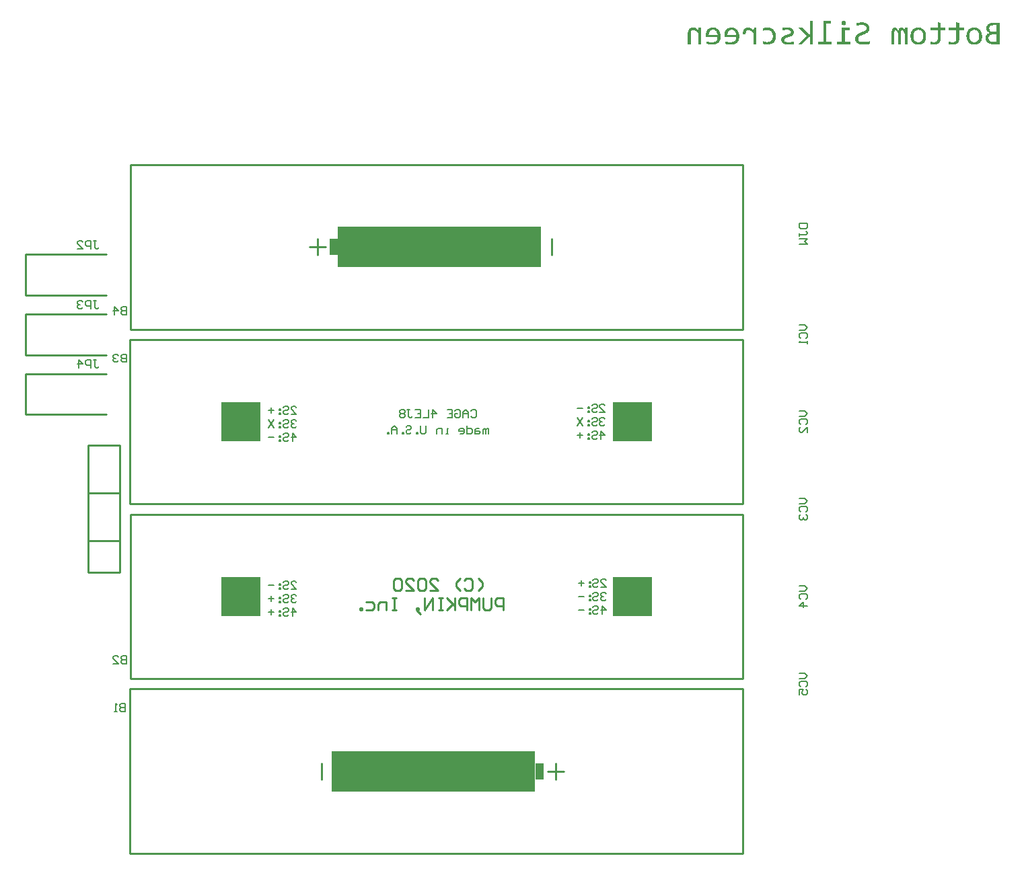
<source format=gbo>
G04*
G04 #@! TF.GenerationSoftware,Altium Limited,Altium Designer,20.0.10 (225)*
G04*
G04 Layer_Color=32896*
%FSLAX25Y25*%
%MOIN*%
G70*
G01*
G75*
%ADD10C,0.01000*%
%ADD11C,0.00787*%
%ADD41R,1.01100X0.20000*%
%ADD42R,0.04000X0.08000*%
%ADD43R,0.19685X0.19685*%
G36*
X343016Y242029D02*
X343162Y242011D01*
X343253Y241975D01*
X343271Y241956D01*
X343289D01*
X343435Y241884D01*
X343545Y241792D01*
X343618Y241738D01*
X343654Y241701D01*
X343745Y241592D01*
X343818Y241483D01*
X343873Y241392D01*
X343891Y241373D01*
Y241355D01*
X343927Y241210D01*
X343946Y241064D01*
X343964Y240954D01*
Y240936D01*
Y240918D01*
X343946Y240754D01*
X343927Y240608D01*
X343909Y240517D01*
X343891Y240499D01*
Y240481D01*
X343818Y240335D01*
X343745Y240226D01*
X343672Y240153D01*
X343654Y240116D01*
X343526Y240025D01*
X343417Y239952D01*
X343326Y239898D01*
X343289Y239879D01*
X343144Y239843D01*
X342998Y239825D01*
X342889Y239807D01*
X342852D01*
X342688Y239825D01*
X342543Y239843D01*
X342451Y239861D01*
X342415Y239879D01*
X342269Y239952D01*
X342160Y240025D01*
X342087Y240098D01*
X342069Y240116D01*
X341960Y240244D01*
X341887Y240353D01*
X341832Y240444D01*
X341814Y240481D01*
X341759Y240626D01*
X341741Y240772D01*
X341723Y240881D01*
Y240900D01*
Y240918D01*
X341741Y241082D01*
X341759Y241228D01*
X341795Y241319D01*
X341814Y241355D01*
X341887Y241501D01*
X341978Y241610D01*
X342032Y241683D01*
X342069Y241701D01*
X342178Y241811D01*
X342287Y241884D01*
X342378Y241938D01*
X342397Y241956D01*
X342415D01*
X342561Y242011D01*
X342706Y242029D01*
X342816Y242048D01*
X342852D01*
X343016Y242029D01*
D02*
G37*
G36*
X371567Y238732D02*
X371731Y238695D01*
X371859Y238659D01*
X371877Y238640D01*
X371895D01*
X372059Y238549D01*
X372205Y238458D01*
X372314Y238385D01*
X372332Y238367D01*
X372350Y238349D01*
X372514Y238185D01*
X372642Y238003D01*
X372697Y237930D01*
X372733Y237875D01*
X372751Y237839D01*
X372769Y237821D01*
X372915Y237565D01*
X373061Y237310D01*
X373116Y237201D01*
X373152Y237110D01*
X373170Y237055D01*
X373189Y237037D01*
X373261Y238604D01*
X374428D01*
Y230369D01*
X373006D01*
Y235652D01*
X372915Y235853D01*
X372824Y236053D01*
X372751Y236217D01*
X372697Y236345D01*
X372642Y236454D01*
X372605Y236527D01*
X372569Y236582D01*
Y236600D01*
X372442Y236837D01*
X372332Y237019D01*
X372259Y237128D01*
X372241Y237165D01*
X372132Y237310D01*
X372041Y237402D01*
X371986Y237456D01*
X371968Y237474D01*
X371877Y237529D01*
X371786Y237547D01*
X371713Y237565D01*
X371694D01*
X371603Y237547D01*
X371531Y237529D01*
X371494Y237511D01*
X371476Y237493D01*
X371421Y237438D01*
X371367Y237365D01*
X371348Y237292D01*
X371330Y237274D01*
X371275Y237146D01*
X371257Y237001D01*
X371239Y236891D01*
Y236855D01*
Y236837D01*
X371221Y236618D01*
X371203Y236381D01*
Y236272D01*
Y236199D01*
Y236144D01*
Y236126D01*
Y230369D01*
X369781D01*
Y235652D01*
X369690Y235835D01*
X369617Y236017D01*
X369545Y236162D01*
X369490Y236290D01*
X369435Y236399D01*
X369399Y236472D01*
X369362Y236527D01*
Y236545D01*
X369235Y236782D01*
X369126Y236982D01*
X369089Y237037D01*
X369053Y237092D01*
X369034Y237110D01*
Y237128D01*
X368925Y237274D01*
X368834Y237383D01*
X368779Y237438D01*
X368761Y237456D01*
X368652Y237529D01*
X368561Y237547D01*
X368488Y237565D01*
X368470D01*
X368378Y237547D01*
X368306Y237529D01*
X368269Y237511D01*
X368251Y237493D01*
X368196Y237438D01*
X368142Y237365D01*
X368123Y237310D01*
X368105Y237292D01*
X368051Y237165D01*
X368032Y237037D01*
X368014Y236928D01*
Y236910D01*
Y236891D01*
X367996Y236691D01*
X367978Y236491D01*
Y236399D01*
Y236345D01*
Y236290D01*
Y236272D01*
Y230369D01*
X366557D01*
Y236363D01*
X366575Y236782D01*
X366629Y237146D01*
X366702Y237474D01*
X366793Y237748D01*
X366921Y237966D01*
X367048Y238167D01*
X367194Y238331D01*
X367340Y238458D01*
X367486Y238549D01*
X367632Y238622D01*
X367759Y238677D01*
X367886Y238713D01*
X367978Y238732D01*
X368051Y238750D01*
X368123D01*
X368360Y238732D01*
X368561Y238695D01*
X368634Y238659D01*
X368688Y238640D01*
X368725Y238622D01*
X368743D01*
X368925Y238513D01*
X369071Y238404D01*
X369180Y238313D01*
X369198Y238294D01*
X369217Y238276D01*
X369362Y238094D01*
X369490Y237912D01*
X369545Y237839D01*
X369581Y237766D01*
X369617Y237730D01*
Y237711D01*
X369745Y237456D01*
X369872Y237219D01*
X369927Y237110D01*
X369964Y237037D01*
X369982Y236982D01*
X370000Y236964D01*
X370018Y237292D01*
X370055Y237565D01*
X370109Y237784D01*
X370164Y237984D01*
X370237Y238130D01*
X370292Y238240D01*
X370328Y238294D01*
X370346Y238313D01*
X370492Y238458D01*
X370656Y238568D01*
X370820Y238640D01*
X370984Y238695D01*
X371130Y238732D01*
X371257Y238750D01*
X371367D01*
X371567Y238732D01*
D02*
G37*
G36*
X327475Y230369D02*
X326053D01*
Y234778D01*
X322209Y230369D01*
X320241D01*
X324323Y234796D01*
X320460Y238604D01*
X322355D01*
X326053Y234833D01*
Y241956D01*
X327475D01*
Y230369D01*
D02*
G37*
G36*
X305392Y238695D02*
X305702Y238659D01*
X305993Y238622D01*
X306248Y238568D01*
X306449Y238495D01*
X306613Y238458D01*
X306704Y238422D01*
X306740Y238404D01*
X307014Y238276D01*
X307269Y238130D01*
X307487Y237984D01*
X307688Y237857D01*
X307833Y237729D01*
X307961Y237620D01*
X308034Y237547D01*
X308052Y237529D01*
X308253Y237310D01*
X308417Y237073D01*
X308562Y236855D01*
X308690Y236636D01*
X308781Y236454D01*
X308854Y236290D01*
X308890Y236199D01*
X308908Y236181D01*
Y236162D01*
X308999Y235871D01*
X309072Y235561D01*
X309127Y235251D01*
X309163Y234978D01*
X309182Y234741D01*
X309200Y234559D01*
Y234486D01*
Y234432D01*
Y234413D01*
Y234395D01*
X309182Y234031D01*
X309163Y233685D01*
X309109Y233357D01*
X309036Y233065D01*
X308963Y232792D01*
X308872Y232537D01*
X308781Y232300D01*
X308671Y232100D01*
X308580Y231917D01*
X308489Y231753D01*
X308398Y231626D01*
X308325Y231516D01*
X308253Y231425D01*
X308198Y231371D01*
X308180Y231334D01*
X308161Y231316D01*
X307961Y231134D01*
X307724Y230970D01*
X307487Y230824D01*
X307250Y230715D01*
X306995Y230605D01*
X306740Y230514D01*
X306266Y230387D01*
X306030Y230350D01*
X305829Y230314D01*
X305647Y230296D01*
X305483Y230277D01*
X305337Y230259D01*
X305155D01*
X304700Y230277D01*
X304481Y230296D01*
X304299Y230314D01*
X304153Y230332D01*
X304044Y230350D01*
X303953Y230369D01*
X303934D01*
X303515Y230460D01*
X303315Y230514D01*
X303133Y230551D01*
X302987Y230605D01*
X302878Y230642D01*
X302805Y230678D01*
X302786D01*
Y232008D01*
X303169Y231826D01*
X303351Y231753D01*
X303497Y231699D01*
X303643Y231662D01*
X303752Y231626D01*
X303825Y231608D01*
X303843D01*
X304244Y231535D01*
X304445Y231516D01*
X304608Y231498D01*
X304754Y231480D01*
X304973D01*
X305428Y231516D01*
X305829Y231589D01*
X306175Y231717D01*
X306467Y231844D01*
X306704Y231972D01*
X306868Y232100D01*
X306959Y232172D01*
X306995Y232209D01*
X307232Y232519D01*
X307414Y232865D01*
X307524Y233247D01*
X307615Y233594D01*
X307669Y233922D01*
X307688Y234067D01*
Y234195D01*
X307706Y234286D01*
Y234359D01*
Y234413D01*
Y234432D01*
X307688Y234705D01*
X307669Y234942D01*
X307633Y235160D01*
X307597Y235361D01*
X307560Y235507D01*
X307542Y235634D01*
X307505Y235707D01*
Y235725D01*
X307414Y235926D01*
X307323Y236108D01*
X307232Y236272D01*
X307123Y236418D01*
X307050Y236527D01*
X306977Y236600D01*
X306941Y236654D01*
X306922Y236673D01*
X306777Y236818D01*
X306631Y236928D01*
X306485Y237037D01*
X306358Y237128D01*
X306248Y237183D01*
X306139Y237238D01*
X306084Y237274D01*
X306066D01*
X305884Y237347D01*
X305702Y237402D01*
X305520Y237438D01*
X305356Y237474D01*
X305228D01*
X305119Y237493D01*
X305028D01*
X304590Y237474D01*
X304408Y237456D01*
X304226Y237438D01*
X304080Y237402D01*
X303971Y237383D01*
X303898Y237365D01*
X303880D01*
X303479Y237256D01*
X303297Y237183D01*
X303133Y237110D01*
X302987Y237055D01*
X302878Y237001D01*
X302805Y236982D01*
X302786Y236964D01*
Y238331D01*
X303169Y238458D01*
X303351Y238513D01*
X303515Y238549D01*
X303661Y238586D01*
X303770Y238604D01*
X303843Y238622D01*
X303861D01*
X304280Y238677D01*
X304481Y238695D01*
X304681D01*
X304827Y238713D01*
X305064D01*
X305392Y238695D01*
D02*
G37*
G36*
X400063Y240863D02*
Y238604D01*
X402359D01*
Y237402D01*
X400063D01*
Y233102D01*
X400027Y232591D01*
X399936Y232154D01*
X399826Y231790D01*
X399680Y231480D01*
X399535Y231243D01*
X399425Y231079D01*
X399334Y230988D01*
X399298Y230952D01*
X399152Y230824D01*
X398970Y230715D01*
X398605Y230551D01*
X398223Y230423D01*
X397858Y230350D01*
X397512Y230296D01*
X397366Y230277D01*
X397239D01*
X397130Y230259D01*
X396984D01*
X396601Y230277D01*
X396419D01*
X396273Y230296D01*
X396128D01*
X396036Y230314D01*
X395945D01*
X395563Y230369D01*
X395399Y230387D01*
X395235Y230423D01*
X395107Y230441D01*
X395016Y230460D01*
X394943Y230478D01*
X394925D01*
Y231717D01*
X395289Y231626D01*
X395453Y231589D01*
X395599Y231571D01*
X395727Y231535D01*
X395818D01*
X395891Y231516D01*
X395909D01*
X396237Y231480D01*
X396401D01*
X396528Y231462D01*
X396783D01*
X397111Y231480D01*
X397385Y231535D01*
X397622Y231608D01*
X397822Y231680D01*
X397968Y231753D01*
X398077Y231826D01*
X398150Y231881D01*
X398168Y231899D01*
X398332Y232081D01*
X398442Y232282D01*
X398533Y232500D01*
X398587Y232719D01*
X398624Y232919D01*
X398642Y233065D01*
Y233174D01*
Y233193D01*
Y233211D01*
Y237402D01*
X394925D01*
Y238604D01*
X398642D01*
Y241246D01*
X400063Y240863D01*
D02*
G37*
G36*
X390826Y240863D02*
Y238604D01*
X393121Y238604D01*
Y237402D01*
X390826Y237402D01*
Y233102D01*
X390789Y232591D01*
X390698Y232154D01*
X390589Y231790D01*
X390443Y231480D01*
X390297Y231243D01*
X390188Y231079D01*
X390097Y230988D01*
X390060Y230952D01*
X389914Y230824D01*
X389732Y230715D01*
X389368Y230551D01*
X388985Y230423D01*
X388621Y230350D01*
X388275Y230296D01*
X388129Y230277D01*
X388001D01*
X387892Y230259D01*
X387746D01*
X387364Y230277D01*
X387181D01*
X387036Y230296D01*
X386890D01*
X386799Y230314D01*
X386708D01*
X386325Y230369D01*
X386161Y230387D01*
X385997Y230423D01*
X385870Y230441D01*
X385779Y230460D01*
X385706Y230478D01*
X385687D01*
Y231717D01*
X386052Y231626D01*
X386216Y231589D01*
X386362Y231571D01*
X386489Y231535D01*
X386580D01*
X386653Y231516D01*
X386671D01*
X386999Y231480D01*
X387163D01*
X387291Y231462D01*
X387546D01*
X387874Y231480D01*
X388147Y231535D01*
X388384Y231608D01*
X388584Y231680D01*
X388730Y231753D01*
X388840Y231826D01*
X388912Y231881D01*
X388931Y231899D01*
X389095Y232081D01*
X389204Y232282D01*
X389295Y232500D01*
X389350Y232719D01*
X389386Y232919D01*
X389404Y233065D01*
Y233174D01*
Y233193D01*
Y233211D01*
Y237402D01*
X385687D01*
Y238604D01*
X389404D01*
Y241246D01*
X390826Y240863D01*
D02*
G37*
G36*
X287646Y238732D02*
X287937Y238695D01*
X288211Y238640D01*
X288447Y238586D01*
X288630Y238513D01*
X288775Y238458D01*
X288866Y238422D01*
X288903Y238404D01*
X289158Y238258D01*
X289377Y238112D01*
X289577Y237948D01*
X289759Y237802D01*
X289887Y237657D01*
X289996Y237547D01*
X290069Y237474D01*
X290087Y237456D01*
X290251Y237238D01*
X290397Y237001D01*
X290524Y236764D01*
X290634Y236563D01*
X290707Y236363D01*
X290761Y236217D01*
X290798Y236126D01*
X290816Y236108D01*
Y236090D01*
X290889Y235798D01*
X290944Y235507D01*
X290998Y235233D01*
X291016Y234997D01*
X291035Y234778D01*
X291053Y234614D01*
Y234505D01*
Y234486D01*
Y234468D01*
X291035Y234104D01*
X291016Y233757D01*
X290980Y233466D01*
X290944Y233193D01*
X290907Y232974D01*
X290871Y232810D01*
X290834Y232701D01*
Y232682D01*
Y232664D01*
X290743Y232391D01*
X290616Y232118D01*
X290506Y231899D01*
X290379Y231699D01*
X290269Y231553D01*
X290178Y231425D01*
X290124Y231352D01*
X290105Y231334D01*
X289905Y231134D01*
X289704Y230970D01*
X289486Y230824D01*
X289285Y230715D01*
X289122Y230624D01*
X288976Y230551D01*
X288885Y230514D01*
X288848Y230496D01*
X288557Y230405D01*
X288247Y230332D01*
X287937Y230296D01*
X287646Y230259D01*
X287409Y230241D01*
X287208Y230223D01*
X286735D01*
X286461Y230241D01*
X286206Y230259D01*
X285969Y230277D01*
X285787Y230296D01*
X285642Y230314D01*
X285550Y230332D01*
X285514D01*
X285241Y230369D01*
X284985Y230405D01*
X284767Y230460D01*
X284566Y230496D01*
X284402Y230533D01*
X284293Y230569D01*
X284202Y230587D01*
X284184D01*
Y231753D01*
X284384Y231699D01*
X284585Y231662D01*
X284658Y231644D01*
X284712Y231626D01*
X284749Y231608D01*
X284767D01*
X285004Y231571D01*
X285204Y231535D01*
X285295Y231516D01*
X285368D01*
X285405Y231498D01*
X285423D01*
X285660Y231480D01*
X285896Y231444D01*
X285988D01*
X286061Y231425D01*
X286115D01*
X286370Y231407D01*
X286826D01*
X287299Y231444D01*
X287700Y231516D01*
X288047Y231626D01*
X288338Y231753D01*
X288575Y231863D01*
X288739Y231972D01*
X288830Y232045D01*
X288866Y232081D01*
X289103Y232355D01*
X289267Y232664D01*
X289395Y232992D01*
X289468Y233302D01*
X289522Y233594D01*
X289541Y233721D01*
Y233830D01*
X289559Y233903D01*
Y233976D01*
Y234013D01*
Y234031D01*
X283783D01*
X283765Y234158D01*
Y234268D01*
Y234359D01*
Y234395D01*
X283747Y234577D01*
Y234741D01*
Y234814D01*
Y234869D01*
Y234905D01*
Y234924D01*
X283765Y235251D01*
X283783Y235543D01*
X283820Y235798D01*
X283856Y236035D01*
X283911Y236217D01*
X283947Y236363D01*
X283965Y236454D01*
X283983Y236491D01*
X284074Y236746D01*
X284184Y236982D01*
X284311Y237183D01*
X284421Y237365D01*
X284512Y237493D01*
X284603Y237602D01*
X284658Y237675D01*
X284676Y237693D01*
X284858Y237875D01*
X285040Y238039D01*
X285241Y238167D01*
X285405Y238276D01*
X285569Y238367D01*
X285696Y238422D01*
X285769Y238458D01*
X285805Y238476D01*
X286061Y238568D01*
X286316Y238640D01*
X286571Y238677D01*
X286807Y238713D01*
X287008Y238732D01*
X287172Y238750D01*
X287318D01*
X287646Y238732D01*
D02*
G37*
G36*
X278408D02*
X278700Y238695D01*
X278973Y238640D01*
X279210Y238586D01*
X279392Y238513D01*
X279538Y238458D01*
X279629Y238422D01*
X279665Y238404D01*
X279920Y238258D01*
X280139Y238112D01*
X280339Y237948D01*
X280522Y237802D01*
X280649Y237657D01*
X280759Y237547D01*
X280831Y237474D01*
X280850Y237456D01*
X281014Y237238D01*
X281159Y237001D01*
X281287Y236764D01*
X281396Y236563D01*
X281469Y236363D01*
X281524Y236217D01*
X281560Y236126D01*
X281578Y236108D01*
Y236090D01*
X281651Y235798D01*
X281706Y235507D01*
X281761Y235233D01*
X281779Y234997D01*
X281797Y234778D01*
X281815Y234614D01*
Y234505D01*
Y234486D01*
Y234468D01*
X281797Y234104D01*
X281779Y233757D01*
X281742Y233466D01*
X281706Y233193D01*
X281669Y232974D01*
X281633Y232810D01*
X281597Y232701D01*
Y232682D01*
Y232664D01*
X281505Y232391D01*
X281378Y232118D01*
X281269Y231899D01*
X281141Y231699D01*
X281032Y231553D01*
X280941Y231425D01*
X280886Y231352D01*
X280868Y231334D01*
X280667Y231134D01*
X280467Y230970D01*
X280248Y230824D01*
X280048Y230715D01*
X279884Y230624D01*
X279738Y230551D01*
X279647Y230514D01*
X279611Y230496D01*
X279319Y230405D01*
X279009Y230332D01*
X278700Y230296D01*
X278408Y230259D01*
X278171Y230241D01*
X277971Y230223D01*
X277497D01*
X277224Y230241D01*
X276969Y230259D01*
X276732Y230277D01*
X276550Y230296D01*
X276404Y230314D01*
X276313Y230332D01*
X276276D01*
X276003Y230369D01*
X275748Y230405D01*
X275529Y230460D01*
X275329Y230496D01*
X275165Y230533D01*
X275056Y230569D01*
X274964Y230587D01*
X274946D01*
Y231753D01*
X275147Y231699D01*
X275347Y231662D01*
X275420Y231644D01*
X275475Y231626D01*
X275511Y231608D01*
X275529D01*
X275766Y231571D01*
X275967Y231535D01*
X276058Y231516D01*
X276131D01*
X276167Y231498D01*
X276185D01*
X276422Y231480D01*
X276659Y231444D01*
X276750D01*
X276823Y231425D01*
X276878D01*
X277133Y231407D01*
X277588D01*
X278062Y231444D01*
X278463Y231516D01*
X278809Y231626D01*
X279100Y231753D01*
X279337Y231863D01*
X279501Y231972D01*
X279592Y232045D01*
X279629Y232081D01*
X279866Y232355D01*
X280030Y232664D01*
X280157Y232992D01*
X280230Y233302D01*
X280285Y233594D01*
X280303Y233721D01*
Y233830D01*
X280321Y233903D01*
Y233976D01*
Y234013D01*
Y234031D01*
X274546Y234031D01*
X274527Y234158D01*
Y234268D01*
Y234359D01*
Y234395D01*
X274509Y234577D01*
Y234741D01*
Y234814D01*
Y234869D01*
Y234905D01*
Y234924D01*
X274527Y235251D01*
X274546Y235543D01*
X274582Y235798D01*
X274618Y236035D01*
X274673Y236217D01*
X274710Y236363D01*
X274728Y236454D01*
X274746Y236491D01*
X274837Y236746D01*
X274946Y236982D01*
X275074Y237183D01*
X275183Y237365D01*
X275274Y237493D01*
X275365Y237602D01*
X275420Y237675D01*
X275438Y237693D01*
X275621Y237875D01*
X275803Y238039D01*
X276003Y238167D01*
X276167Y238276D01*
X276331Y238367D01*
X276459Y238422D01*
X276532Y238458D01*
X276568Y238476D01*
X276823Y238568D01*
X277078Y238640D01*
X277333Y238677D01*
X277570Y238713D01*
X277770Y238732D01*
X277934Y238750D01*
X278080D01*
X278408Y238732D01*
D02*
G37*
G36*
X420050Y230369D02*
X417299D01*
X416953Y230387D01*
X416625Y230405D01*
X416333Y230441D01*
X416078Y230478D01*
X415878Y230514D01*
X415714Y230533D01*
X415623Y230569D01*
X415587D01*
X415295Y230660D01*
X415040Y230751D01*
X414821Y230860D01*
X414621Y230970D01*
X414475Y231043D01*
X414348Y231116D01*
X414275Y231170D01*
X414256Y231189D01*
X414056Y231352D01*
X413892Y231516D01*
X413746Y231699D01*
X413637Y231844D01*
X413546Y231990D01*
X413473Y232100D01*
X413437Y232172D01*
X413418Y232191D01*
X413309Y232427D01*
X413236Y232664D01*
X413181Y232901D01*
X413145Y233102D01*
X413127Y233302D01*
X413109Y233448D01*
Y233539D01*
Y233575D01*
X413145Y233940D01*
X413163Y234104D01*
X413200Y234249D01*
X413236Y234359D01*
X413254Y234450D01*
X413291Y234505D01*
Y234523D01*
X413437Y234833D01*
X413509Y234960D01*
X413582Y235069D01*
X413637Y235142D01*
X413692Y235215D01*
X413728Y235251D01*
X413746Y235270D01*
X413965Y235488D01*
X414184Y235634D01*
X414275Y235707D01*
X414348Y235743D01*
X414402Y235780D01*
X414420D01*
X414712Y235908D01*
X414967Y235999D01*
X415076Y236017D01*
X415167Y236035D01*
X415222Y236053D01*
X415240D01*
X414912Y236181D01*
X414639Y236327D01*
X414402Y236491D01*
X414220Y236636D01*
X414092Y236764D01*
X413983Y236873D01*
X413929Y236964D01*
X413910Y236982D01*
X413764Y237219D01*
X413673Y237474D01*
X413600Y237730D01*
X413546Y237966D01*
X413509Y238167D01*
X413491Y238331D01*
Y238440D01*
Y238458D01*
Y238476D01*
X413509Y238713D01*
X413528Y238932D01*
X413637Y239333D01*
X413819Y239679D01*
X414038Y239989D01*
X414311Y240244D01*
X414603Y240444D01*
X414931Y240627D01*
X415259Y240754D01*
X415587Y240863D01*
X415914Y240936D01*
X416206Y241009D01*
X416479Y241045D01*
X416698Y241064D01*
X416880Y241082D01*
X420050D01*
Y230369D01*
D02*
G37*
G36*
X345767Y237420D02*
X343344D01*
Y231553D01*
X346041D01*
Y230369D01*
X339445D01*
Y231553D01*
X341905D01*
Y238604D01*
X345767D01*
Y237420D01*
D02*
G37*
G36*
X336530Y240790D02*
X334107Y240790D01*
Y231553D01*
X336803Y231553D01*
Y230369D01*
X330208Y230369D01*
Y231553D01*
X332667D01*
Y241956D01*
X336530Y241956D01*
Y240790D01*
D02*
G37*
G36*
X295681Y238732D02*
X295936Y238695D01*
X296191Y238622D01*
X296391Y238549D01*
X296592Y238476D01*
X296719Y238404D01*
X296810Y238367D01*
X296847Y238349D01*
X297120Y238185D01*
X297375Y237984D01*
X297612Y237766D01*
X297831Y237565D01*
X298013Y237365D01*
X298159Y237219D01*
X298250Y237110D01*
X298286Y237092D01*
Y237073D01*
X298323Y238604D01*
X299616D01*
Y230369D01*
X298177D01*
Y235652D01*
X298031Y235835D01*
X297903Y235999D01*
X297776Y236126D01*
X297667Y236254D01*
X297576Y236363D01*
X297503Y236436D01*
X297466Y236472D01*
X297448Y236491D01*
X297193Y236727D01*
X296992Y236928D01*
X296901Y236982D01*
X296847Y237037D01*
X296810Y237055D01*
X296792Y237073D01*
X296573Y237219D01*
X296373Y237329D01*
X296300Y237365D01*
X296246Y237383D01*
X296209Y237402D01*
X296191D01*
X295972Y237474D01*
X295790Y237493D01*
X295735Y237511D01*
X295626D01*
X295389Y237493D01*
X295189Y237438D01*
X295025Y237347D01*
X294879Y237274D01*
X294770Y237183D01*
X294679Y237092D01*
X294642Y237037D01*
X294624Y237019D01*
X294515Y236818D01*
X294424Y236563D01*
X294369Y236308D01*
X294332Y236053D01*
X294314Y235835D01*
X294296Y235652D01*
Y235579D01*
Y235525D01*
Y235488D01*
Y235470D01*
X292857D01*
Y235762D01*
X292875Y236035D01*
X292893Y236290D01*
X292930Y236545D01*
X292984Y236764D01*
X293039Y236964D01*
X293093Y237128D01*
X293148Y237292D01*
X293203Y237438D01*
X293276Y237565D01*
X293330Y237675D01*
X293367Y237766D01*
X293421Y237821D01*
X293440Y237875D01*
X293476Y237912D01*
X293604Y238057D01*
X293749Y238185D01*
X294059Y238404D01*
X294369Y238549D01*
X294679Y238640D01*
X294970Y238713D01*
X295098Y238732D01*
X295189D01*
X295280Y238750D01*
X295407D01*
X295681Y238732D01*
D02*
G37*
G36*
X268460Y238732D02*
X268697Y238713D01*
X268788Y238695D01*
X268861D01*
X268897Y238677D01*
X268916D01*
X269152Y238604D01*
X269371Y238531D01*
X269444Y238476D01*
X269517Y238458D01*
X269553Y238422D01*
X269571D01*
X269808Y238276D01*
X270009Y238130D01*
X270100Y238076D01*
X270173Y238021D01*
X270209Y237984D01*
X270227Y237966D01*
X270464Y237748D01*
X270701Y237511D01*
X270792Y237420D01*
X270865Y237347D01*
X270901Y237292D01*
X270920Y237274D01*
X270974Y238604D01*
X272232D01*
Y230369D01*
X270810D01*
Y235816D01*
X270665Y235999D01*
X270537Y236144D01*
X270428Y236290D01*
X270318Y236418D01*
X270227Y236509D01*
X270173Y236582D01*
X270136Y236618D01*
X270118Y236636D01*
X269881Y236855D01*
X269699Y237019D01*
X269626Y237073D01*
X269571Y237110D01*
X269535Y237146D01*
X269517D01*
X269316Y237274D01*
X269152Y237365D01*
X269043Y237402D01*
X269025Y237420D01*
X269007D01*
X268824Y237474D01*
X268642Y237493D01*
X268569Y237511D01*
X268478D01*
X268223Y237493D01*
X268004Y237438D01*
X267822Y237365D01*
X267676Y237274D01*
X267549Y237183D01*
X267476Y237110D01*
X267422Y237055D01*
X267403Y237037D01*
X267276Y236855D01*
X267185Y236618D01*
X267130Y236381D01*
X267075Y236162D01*
X267057Y235944D01*
X267039Y235780D01*
Y235707D01*
Y235652D01*
Y235634D01*
Y235616D01*
Y230369D01*
X265618D01*
Y235725D01*
X265654Y236254D01*
X265727Y236709D01*
X265818Y237110D01*
X265946Y237420D01*
X266073Y237675D01*
X266164Y237839D01*
X266237Y237948D01*
X266274Y237984D01*
X266547Y238240D01*
X266857Y238422D01*
X267166Y238568D01*
X267476Y238659D01*
X267768Y238713D01*
X267895Y238732D01*
X267986D01*
X268077Y238750D01*
X268205D01*
X268460Y238732D01*
D02*
G37*
G36*
X407770Y238732D02*
X408080Y238695D01*
X408353Y238640D01*
X408608Y238586D01*
X408809Y238531D01*
X408954Y238476D01*
X409046Y238440D01*
X409082Y238422D01*
X409337Y238294D01*
X409574Y238148D01*
X409793Y238003D01*
X409975Y237857D01*
X410120Y237730D01*
X410230Y237620D01*
X410303Y237547D01*
X410321Y237529D01*
X410503Y237310D01*
X410649Y237073D01*
X410795Y236855D01*
X410904Y236636D01*
X410995Y236454D01*
X411050Y236290D01*
X411086Y236199D01*
X411104Y236181D01*
Y236163D01*
X411196Y235871D01*
X411250Y235561D01*
X411305Y235270D01*
X411323Y234997D01*
X411341Y234778D01*
X411360Y234596D01*
Y234523D01*
Y234468D01*
Y234450D01*
Y234432D01*
X411341Y234067D01*
X411323Y233721D01*
X411287Y233411D01*
X411232Y233138D01*
X411177Y232919D01*
X411141Y232755D01*
X411123Y232646D01*
X411104Y232628D01*
Y232610D01*
X410995Y232336D01*
X410886Y232081D01*
X410758Y231844D01*
X410649Y231662D01*
X410540Y231498D01*
X410449Y231389D01*
X410394Y231316D01*
X410376Y231298D01*
X410175Y231116D01*
X409975Y230952D01*
X409793Y230806D01*
X409592Y230697D01*
X409428Y230606D01*
X409301Y230551D01*
X409228Y230514D01*
X409191Y230496D01*
X408918Y230405D01*
X408645Y230332D01*
X408371Y230296D01*
X408116Y230259D01*
X407916Y230241D01*
X407734Y230223D01*
X407588D01*
X407242Y230241D01*
X406932Y230277D01*
X406659Y230314D01*
X406404Y230387D01*
X406203Y230441D01*
X406057Y230478D01*
X405966Y230514D01*
X405930Y230533D01*
X405675Y230660D01*
X405420Y230806D01*
X405219Y230952D01*
X405037Y231079D01*
X404891Y231207D01*
X404782Y231316D01*
X404709Y231389D01*
X404691Y231407D01*
X404509Y231626D01*
X404345Y231863D01*
X404217Y232100D01*
X404108Y232318D01*
X404017Y232500D01*
X403962Y232646D01*
X403926Y232737D01*
X403907Y232774D01*
X403816Y233083D01*
X403744Y233393D01*
X403707Y233685D01*
X403671Y233958D01*
X403652Y234195D01*
X403634Y234377D01*
Y234450D01*
Y234505D01*
Y234523D01*
Y234541D01*
X403652Y234905D01*
X403671Y235251D01*
X403725Y235561D01*
X403762Y235835D01*
X403816Y236035D01*
X403871Y236199D01*
X403889Y236308D01*
X403907Y236345D01*
X404017Y236618D01*
X404126Y236873D01*
X404254Y237110D01*
X404381Y237292D01*
X404491Y237456D01*
X404582Y237565D01*
X404636Y237638D01*
X404655Y237657D01*
X404837Y237839D01*
X405037Y238003D01*
X405237Y238148D01*
X405420Y238258D01*
X405584Y238349D01*
X405711Y238404D01*
X405802Y238440D01*
X405839Y238458D01*
X406112Y238549D01*
X406385Y238622D01*
X406640Y238677D01*
X406896Y238713D01*
X407096Y238732D01*
X407278Y238750D01*
X407424D01*
X407770Y238732D01*
D02*
G37*
G36*
X380058Y238732D02*
X380367Y238695D01*
X380641Y238640D01*
X380896Y238586D01*
X381096Y238531D01*
X381242Y238476D01*
X381333Y238440D01*
X381369Y238422D01*
X381624Y238294D01*
X381861Y238148D01*
X382080Y238003D01*
X382262Y237857D01*
X382408Y237730D01*
X382517Y237620D01*
X382590Y237547D01*
X382608Y237529D01*
X382790Y237310D01*
X382936Y237073D01*
X383082Y236855D01*
X383191Y236636D01*
X383282Y236454D01*
X383337Y236290D01*
X383373Y236199D01*
X383392Y236181D01*
Y236162D01*
X383483Y235871D01*
X383538Y235561D01*
X383592Y235270D01*
X383610Y234997D01*
X383629Y234778D01*
X383647Y234596D01*
Y234523D01*
Y234468D01*
Y234450D01*
Y234432D01*
X383629Y234067D01*
X383610Y233721D01*
X383574Y233411D01*
X383519Y233138D01*
X383465Y232919D01*
X383428Y232755D01*
X383410Y232646D01*
X383392Y232628D01*
Y232610D01*
X383282Y232336D01*
X383173Y232081D01*
X383046Y231844D01*
X382936Y231662D01*
X382827Y231498D01*
X382736Y231389D01*
X382681Y231316D01*
X382663Y231298D01*
X382463Y231116D01*
X382262Y230952D01*
X382080Y230806D01*
X381879Y230697D01*
X381715Y230605D01*
X381588Y230551D01*
X381515Y230514D01*
X381479Y230496D01*
X381205Y230405D01*
X380932Y230332D01*
X380659Y230296D01*
X380404Y230259D01*
X380203Y230241D01*
X380021Y230223D01*
X379875D01*
X379529Y230241D01*
X379219Y230277D01*
X378946Y230314D01*
X378691Y230387D01*
X378491Y230441D01*
X378345Y230478D01*
X378254Y230514D01*
X378217Y230533D01*
X377962Y230660D01*
X377707Y230806D01*
X377507Y230952D01*
X377325Y231079D01*
X377179Y231207D01*
X377069Y231316D01*
X376996Y231389D01*
X376978Y231407D01*
X376796Y231626D01*
X376632Y231863D01*
X376505Y232100D01*
X376395Y232318D01*
X376304Y232500D01*
X376250Y232646D01*
X376213Y232737D01*
X376195Y232774D01*
X376104Y233083D01*
X376031Y233393D01*
X375994Y233685D01*
X375958Y233958D01*
X375940Y234195D01*
X375922Y234377D01*
Y234450D01*
Y234505D01*
Y234523D01*
Y234541D01*
X375940Y234905D01*
X375958Y235251D01*
X376013Y235561D01*
X376049Y235835D01*
X376104Y236035D01*
X376158Y236199D01*
X376177Y236308D01*
X376195Y236345D01*
X376304Y236618D01*
X376413Y236873D01*
X376541Y237110D01*
X376669Y237292D01*
X376778Y237456D01*
X376869Y237565D01*
X376924Y237638D01*
X376942Y237657D01*
X377124Y237839D01*
X377325Y238003D01*
X377525Y238148D01*
X377707Y238258D01*
X377871Y238349D01*
X377999Y238404D01*
X378090Y238440D01*
X378126Y238458D01*
X378399Y238549D01*
X378673Y238622D01*
X378928Y238677D01*
X379183Y238713D01*
X379383Y238732D01*
X379566Y238750D01*
X379711D01*
X380058Y238732D01*
D02*
G37*
G36*
X352035Y241228D02*
X352381Y241210D01*
X352691Y241173D01*
X352964Y241118D01*
X353183Y241064D01*
X353329Y241027D01*
X353438Y241009D01*
X353474Y240991D01*
X353748Y240881D01*
X353985Y240772D01*
X354203Y240663D01*
X354367Y240554D01*
X354513Y240462D01*
X354622Y240390D01*
X354695Y240335D01*
X354714Y240317D01*
X354877Y240153D01*
X355023Y239989D01*
X355151Y239825D01*
X355242Y239679D01*
X355315Y239551D01*
X355388Y239460D01*
X355406Y239387D01*
X355424Y239369D01*
X355497Y239169D01*
X355552Y238968D01*
X355588Y238786D01*
X355606Y238622D01*
X355625Y238476D01*
X355643Y238367D01*
Y238294D01*
Y238276D01*
X355625Y238057D01*
X355606Y237839D01*
X355570Y237657D01*
X355515Y237493D01*
X355479Y237365D01*
X355442Y237274D01*
X355424Y237201D01*
X355406Y237183D01*
X355205Y236873D01*
X355096Y236727D01*
X355005Y236618D01*
X354914Y236509D01*
X354841Y236436D01*
X354805Y236399D01*
X354786Y236381D01*
X354477Y236144D01*
X354313Y236053D01*
X354185Y235962D01*
X354058Y235889D01*
X353966Y235853D01*
X353894Y235816D01*
X353875Y235798D01*
X353493Y235616D01*
X353329Y235543D01*
X353165Y235470D01*
X353037Y235416D01*
X352946Y235361D01*
X352873Y235343D01*
X352855Y235324D01*
X352472Y235179D01*
X352290Y235106D01*
X352145Y235051D01*
X351999Y234997D01*
X351908Y234960D01*
X351835Y234942D01*
X351817Y234924D01*
X351452Y234760D01*
X351306Y234687D01*
X351179Y234614D01*
X351069Y234559D01*
X350997Y234505D01*
X350942Y234486D01*
X350924Y234468D01*
X350650Y234286D01*
X350541Y234195D01*
X350450Y234104D01*
X350377Y234031D01*
X350323Y233976D01*
X350304Y233940D01*
X350286Y233922D01*
X350195Y233794D01*
X350140Y233685D01*
X350067Y233448D01*
X350049Y233338D01*
X350031Y233266D01*
Y233211D01*
Y233193D01*
X350049Y232919D01*
X350067Y232792D01*
X350104Y232682D01*
X350122Y232591D01*
X350159Y232519D01*
X350177Y232482D01*
Y232464D01*
X350304Y232245D01*
X350468Y232081D01*
X350541Y232027D01*
X350596Y231972D01*
X350632Y231954D01*
X350650Y231936D01*
X350905Y231808D01*
X351161Y231699D01*
X351288Y231680D01*
X351361Y231644D01*
X351434Y231626D01*
X351452D01*
X351653Y231589D01*
X351853Y231571D01*
X352053Y231535D01*
X352236D01*
X352399Y231516D01*
X353019D01*
X353347Y231535D01*
X353639Y231553D01*
X353894Y231589D01*
X354112Y231608D01*
X354276Y231626D01*
X354367Y231644D01*
X354404D01*
X354677Y231699D01*
X354932Y231753D01*
X355169Y231808D01*
X355369Y231881D01*
X355533Y231936D01*
X355661Y231972D01*
X355734Y231990D01*
X355770Y232008D01*
Y230605D01*
X355552Y230551D01*
X355351Y230496D01*
X355278Y230478D01*
X355205Y230460D01*
X355169Y230441D01*
X355151D01*
X354896Y230405D01*
X354659Y230369D01*
X354568D01*
X354495Y230350D01*
X354422D01*
X354130Y230314D01*
X353875Y230277D01*
X353766D01*
X353693Y230259D01*
X353620D01*
X353292Y230241D01*
X353165D01*
X353019Y230223D01*
X352418D01*
X352090Y230259D01*
X351798Y230277D01*
X351543Y230314D01*
X351325Y230350D01*
X351161Y230369D01*
X351069Y230405D01*
X351033D01*
X350742Y230478D01*
X350486Y230569D01*
X350268Y230660D01*
X350067Y230751D01*
X349922Y230842D01*
X349794Y230915D01*
X349721Y230952D01*
X349703Y230970D01*
X349503Y231116D01*
X349320Y231280D01*
X349175Y231444D01*
X349047Y231589D01*
X348956Y231717D01*
X348883Y231826D01*
X348847Y231899D01*
X348828Y231917D01*
X348719Y232136D01*
X348646Y232373D01*
X348573Y232610D01*
X348537Y232810D01*
X348519Y232992D01*
X348500Y233138D01*
Y233229D01*
Y233266D01*
X348519Y233502D01*
X348537Y233703D01*
X348573Y233903D01*
X348628Y234067D01*
X348683Y234195D01*
X348719Y234286D01*
X348737Y234359D01*
X348756Y234377D01*
X348956Y234705D01*
X349065Y234851D01*
X349156Y234960D01*
X349248Y235069D01*
X349320Y235142D01*
X349375Y235179D01*
X349393Y235197D01*
X349685Y235434D01*
X349976Y235634D01*
X350104Y235707D01*
X350195Y235762D01*
X350268Y235780D01*
X350286Y235798D01*
X350669Y235980D01*
X350833Y236053D01*
X350997Y236126D01*
X351124Y236181D01*
X351234Y236217D01*
X351306Y236254D01*
X351325D01*
X351707Y236418D01*
X351871Y236491D01*
X352017Y236545D01*
X352163Y236600D01*
X352254Y236636D01*
X352327Y236673D01*
X352345D01*
X352709Y236819D01*
X352855Y236891D01*
X352983Y236964D01*
X353110Y237019D01*
X353183Y237073D01*
X353238Y237092D01*
X353256Y237110D01*
X353511Y237310D01*
X353711Y237493D01*
X353784Y237565D01*
X353839Y237620D01*
X353857Y237657D01*
X353875Y237675D01*
X353948Y237802D01*
X354003Y237930D01*
X354076Y238167D01*
X354094Y238276D01*
X354112Y238349D01*
Y238404D01*
Y238422D01*
X354094Y238677D01*
X354021Y238896D01*
X353930Y239096D01*
X353821Y239260D01*
X353711Y239387D01*
X353620Y239479D01*
X353547Y239533D01*
X353529Y239551D01*
X353274Y239697D01*
X353001Y239807D01*
X352691Y239879D01*
X352381Y239934D01*
X352108Y239970D01*
X351889Y239989D01*
X351689D01*
X351252Y239970D01*
X351033Y239952D01*
X350851Y239934D01*
X350687Y239916D01*
X350577Y239898D01*
X350486Y239879D01*
X350468D01*
X349994Y239807D01*
X349776Y239752D01*
X349594Y239715D01*
X349430Y239679D01*
X349302Y239661D01*
X349229Y239624D01*
X349193D01*
Y240936D01*
X349393Y240973D01*
X349594Y241009D01*
X349667Y241027D01*
X349739Y241045D01*
X349794D01*
X350031Y241082D01*
X350231Y241118D01*
X350304D01*
X350377Y241137D01*
X350432D01*
X350669Y241173D01*
X350869Y241191D01*
X350960Y241210D01*
X351069D01*
X351288Y241228D01*
X351470Y241246D01*
X351653D01*
X352035Y241228D01*
D02*
G37*
G36*
X315103Y238732D02*
X315431Y238713D01*
X315704Y238677D01*
X315941Y238640D01*
X316142Y238586D01*
X316269Y238549D01*
X316360Y238531D01*
X316397Y238513D01*
X316634Y238422D01*
X316834Y238313D01*
X317016Y238221D01*
X317162Y238130D01*
X317271Y238039D01*
X317362Y237966D01*
X317417Y237930D01*
X317435Y237912D01*
X317563Y237784D01*
X317690Y237638D01*
X317781Y237511D01*
X317854Y237402D01*
X317909Y237292D01*
X317946Y237219D01*
X317982Y237165D01*
Y237146D01*
X318073Y236855D01*
X318091Y236727D01*
X318109Y236618D01*
X318128Y236527D01*
Y236454D01*
Y236418D01*
Y236399D01*
Y236217D01*
X318091Y236035D01*
X318073Y235871D01*
X318037Y235743D01*
X318000Y235634D01*
X317982Y235561D01*
X317946Y235507D01*
Y235488D01*
X317781Y235215D01*
X317599Y235015D01*
X317527Y234924D01*
X317454Y234869D01*
X317417Y234833D01*
X317399Y234814D01*
X317126Y234614D01*
X316852Y234468D01*
X316743Y234413D01*
X316652Y234359D01*
X316597Y234341D01*
X316579Y234322D01*
X316215Y234176D01*
X316051Y234122D01*
X315887Y234067D01*
X315759Y234013D01*
X315650Y233994D01*
X315577Y233958D01*
X315559D01*
X315285Y233885D01*
X315067Y233812D01*
X314866Y233739D01*
X314702Y233685D01*
X314557Y233630D01*
X314465Y233594D01*
X314411Y233557D01*
X314393D01*
X314247Y233502D01*
X314101Y233430D01*
X313992Y233375D01*
X313901Y233338D01*
X313846Y233284D01*
X313791Y233265D01*
X313755Y233229D01*
X313609Y233102D01*
X313518Y232992D01*
X313482Y232919D01*
X313463Y232883D01*
X313409Y232755D01*
X313390Y232628D01*
X313372Y232537D01*
Y232519D01*
Y232500D01*
X313390Y232318D01*
X313445Y232154D01*
X313536Y232008D01*
X313627Y231899D01*
X313719Y231808D01*
X313810Y231753D01*
X313864Y231717D01*
X313882Y231699D01*
X314083Y231608D01*
X314320Y231535D01*
X314575Y231498D01*
X314830Y231462D01*
X315049Y231444D01*
X315231Y231425D01*
X315395D01*
X315923Y231444D01*
X316160Y231462D01*
X316379Y231480D01*
X316561D01*
X316688Y231498D01*
X316779Y231516D01*
X316816D01*
X317344Y231608D01*
X317581Y231662D01*
X317800Y231717D01*
X317982Y231771D01*
X318109Y231808D01*
X318201Y231844D01*
X318237D01*
Y230533D01*
X317745Y230423D01*
X317527Y230387D01*
X317308Y230350D01*
X317144Y230332D01*
X316998Y230314D01*
X316925Y230296D01*
X316889D01*
X316342Y230259D01*
X316087Y230241D01*
X315850D01*
X315650Y230223D01*
X315340D01*
X315049Y230241D01*
X314812Y230259D01*
X314702Y230277D01*
X314630D01*
X314575Y230296D01*
X314557D01*
X314265Y230350D01*
X314119Y230369D01*
X314010Y230405D01*
X313919Y230423D01*
X313828Y230441D01*
X313791Y230460D01*
X313773D01*
X313500Y230551D01*
X313281Y230642D01*
X313190Y230697D01*
X313117Y230715D01*
X313081Y230751D01*
X313063D01*
X312826Y230915D01*
X312625Y231061D01*
X312552Y231116D01*
X312498Y231170D01*
X312479Y231189D01*
X312461Y231207D01*
X312297Y231425D01*
X312170Y231626D01*
X312115Y231699D01*
X312079Y231771D01*
X312060Y231808D01*
Y231826D01*
X311969Y232100D01*
X311915Y232355D01*
X311896Y232446D01*
Y232537D01*
Y232591D01*
Y232610D01*
X311915Y232938D01*
X311933Y233065D01*
X311969Y233193D01*
X311988Y233284D01*
X312024Y233375D01*
X312042Y233411D01*
Y233430D01*
X312097Y233557D01*
X312170Y233685D01*
X312316Y233885D01*
X312388Y233958D01*
X312443Y234013D01*
X312479Y234049D01*
X312498Y234067D01*
X312753Y234268D01*
X313008Y234450D01*
X313135Y234505D01*
X313208Y234559D01*
X313281Y234577D01*
X313299Y234596D01*
X313500Y234687D01*
X313700Y234760D01*
X313901Y234851D01*
X314101Y234905D01*
X314283Y234978D01*
X314411Y235015D01*
X314502Y235033D01*
X314538Y235051D01*
X314775Y235124D01*
X314976Y235179D01*
X315158Y235233D01*
X315322Y235288D01*
X315449Y235343D01*
X315541Y235361D01*
X315595Y235397D01*
X315613D01*
X315759Y235470D01*
X315887Y235525D01*
X315996Y235579D01*
X316105Y235634D01*
X316178Y235689D01*
X316233Y235707D01*
X316251Y235743D01*
X316269D01*
X316415Y235871D01*
X316524Y235980D01*
X316579Y236053D01*
X316597Y236090D01*
X316634Y236235D01*
X316652Y236363D01*
X316670Y236454D01*
Y236472D01*
Y236491D01*
X316652Y236654D01*
X316616Y236782D01*
X316597Y236873D01*
X316579Y236910D01*
X316488Y237037D01*
X316397Y237146D01*
X316306Y237219D01*
X316269Y237238D01*
X316069Y237329D01*
X315887Y237420D01*
X315796Y237438D01*
X315723Y237456D01*
X315686Y237474D01*
X315668D01*
X315376Y237529D01*
X315085Y237547D01*
X314957Y237565D01*
X314775D01*
X314411Y237547D01*
X314247Y237529D01*
X314083D01*
X313937Y237511D01*
X313828Y237493D01*
X313737Y237474D01*
X313719D01*
X313263Y237402D01*
X313044Y237365D01*
X312862Y237329D01*
X312680Y237292D01*
X312552Y237274D01*
X312479Y237238D01*
X312443D01*
Y238513D01*
X312680Y238549D01*
X312917Y238604D01*
X313117Y238622D01*
X313299Y238659D01*
X313463Y238677D01*
X313573D01*
X313664Y238695D01*
X313682D01*
X314101Y238732D01*
X314283D01*
X314429Y238750D01*
X314757D01*
X315103Y238732D01*
D02*
G37*
%LPC*%
G36*
X287555Y237602D02*
X287190D01*
X287008Y237565D01*
X286844Y237547D01*
X286716Y237511D01*
X286607Y237474D01*
X286516Y237438D01*
X286461Y237420D01*
X286443Y237402D01*
X286152Y237238D01*
X286042Y237165D01*
X285933Y237073D01*
X285860Y237001D01*
X285805Y236946D01*
X285769Y236910D01*
X285751Y236891D01*
X285569Y236636D01*
X285441Y236381D01*
X285405Y236272D01*
X285368Y236181D01*
X285350Y236126D01*
Y236108D01*
X285259Y235762D01*
X285241Y235598D01*
X285222Y235452D01*
Y235324D01*
Y235215D01*
Y235142D01*
Y235124D01*
X289559D01*
X289504Y235507D01*
X289486Y235689D01*
X289449Y235835D01*
X289413Y235962D01*
X289377Y236053D01*
X289358Y236108D01*
Y236126D01*
X289213Y236436D01*
X289140Y236582D01*
X289067Y236691D01*
X288994Y236782D01*
X288939Y236855D01*
X288921Y236891D01*
X288903Y236910D01*
X288684Y237128D01*
X288466Y237292D01*
X288374Y237347D01*
X288302Y237383D01*
X288265Y237420D01*
X288247D01*
X287937Y237529D01*
X287791Y237565D01*
X287664Y237584D01*
X287555Y237602D01*
D02*
G37*
G36*
X278317D02*
X277953D01*
X277770Y237565D01*
X277606Y237547D01*
X277479Y237511D01*
X277370Y237474D01*
X277278Y237438D01*
X277224Y237420D01*
X277206Y237402D01*
X276914Y237238D01*
X276805Y237165D01*
X276695Y237073D01*
X276623Y237001D01*
X276568Y236946D01*
X276532Y236910D01*
X276513Y236891D01*
X276331Y236636D01*
X276203Y236381D01*
X276167Y236272D01*
X276131Y236181D01*
X276112Y236126D01*
Y236108D01*
X276021Y235762D01*
X276003Y235598D01*
X275985Y235452D01*
Y235324D01*
Y235215D01*
Y235142D01*
Y235124D01*
X280321Y235124D01*
X280267Y235507D01*
X280248Y235689D01*
X280212Y235835D01*
X280175Y235962D01*
X280139Y236053D01*
X280121Y236108D01*
Y236126D01*
X279975Y236436D01*
X279902Y236582D01*
X279829Y236691D01*
X279756Y236782D01*
X279702Y236855D01*
X279683Y236891D01*
X279665Y236910D01*
X279447Y237128D01*
X279228Y237292D01*
X279137Y237347D01*
X279064Y237383D01*
X279028Y237420D01*
X279009D01*
X278700Y237529D01*
X278554Y237565D01*
X278426Y237584D01*
X278317Y237602D01*
D02*
G37*
G36*
X418593Y239843D02*
X416880D01*
X416680Y239825D01*
X416498Y239807D01*
X416352Y239788D01*
X416224Y239752D01*
X416133Y239734D01*
X416078Y239716D01*
X416060D01*
X415914Y239661D01*
X415787Y239606D01*
X415659Y239551D01*
X415568Y239497D01*
X415495Y239442D01*
X415441Y239406D01*
X415422Y239387D01*
X415404Y239369D01*
X415240Y239205D01*
X415131Y239041D01*
X415095Y238987D01*
X415076Y238932D01*
X415058Y238896D01*
Y238877D01*
X414985Y238659D01*
X414967Y238476D01*
X414949Y238385D01*
Y238331D01*
Y238294D01*
Y238276D01*
X414967Y237966D01*
X415003Y237821D01*
X415022Y237711D01*
X415058Y237602D01*
X415095Y237529D01*
X415113Y237493D01*
Y237474D01*
X415259Y237256D01*
X415404Y237073D01*
X415514Y236964D01*
X415550Y236946D01*
X415568Y236928D01*
X415805Y236782D01*
X416024Y236691D01*
X416115Y236654D01*
X416188Y236618D01*
X416242Y236600D01*
X416261D01*
X416570Y236545D01*
X416716Y236527D01*
X416862D01*
X416971Y236509D01*
X418593D01*
Y239843D01*
D02*
G37*
G36*
Y235288D02*
X416898D01*
X416698Y235270D01*
X416516Y235251D01*
X416352Y235233D01*
X416224Y235197D01*
X416133Y235179D01*
X416060Y235160D01*
X416042D01*
X415714Y235051D01*
X415587Y234997D01*
X415459Y234924D01*
X415368Y234887D01*
X415295Y234833D01*
X415259Y234814D01*
X415240Y234796D01*
X415022Y234614D01*
X414876Y234450D01*
X414821Y234359D01*
X414785Y234304D01*
X414748Y234268D01*
Y234249D01*
X414639Y233994D01*
X414584Y233757D01*
X414566Y233666D01*
Y233594D01*
Y233539D01*
Y233521D01*
X414584Y233174D01*
X414657Y232883D01*
X414767Y232628D01*
X414876Y232427D01*
X414985Y232263D01*
X415095Y232154D01*
X415167Y232081D01*
X415186Y232063D01*
X415441Y231917D01*
X415732Y231808D01*
X416042Y231717D01*
X416352Y231662D01*
X416625Y231626D01*
X416753D01*
X416862Y231608D01*
X418593D01*
Y235288D01*
D02*
G37*
G36*
X407606Y237529D02*
X407296D01*
X407114Y237493D01*
X406950Y237474D01*
X406805Y237438D01*
X406677Y237402D01*
X406586Y237365D01*
X406531Y237347D01*
X406513Y237329D01*
X406203Y237146D01*
X406076Y237055D01*
X405966Y236964D01*
X405875Y236873D01*
X405802Y236800D01*
X405766Y236764D01*
X405748Y236746D01*
X405638Y236600D01*
X405547Y236436D01*
X405402Y236144D01*
X405347Y235999D01*
X405310Y235889D01*
X405274Y235816D01*
Y235798D01*
X405219Y235579D01*
X405165Y235361D01*
X405128Y235124D01*
X405110Y234924D01*
X405092Y234741D01*
Y234596D01*
Y234505D01*
Y234468D01*
X405110Y234031D01*
X405128Y233830D01*
X405165Y233666D01*
X405183Y233521D01*
X405219Y233393D01*
X405237Y233320D01*
Y233302D01*
X405292Y233102D01*
X405365Y232919D01*
X405420Y232755D01*
X405493Y232610D01*
X405566Y232500D01*
X405602Y232409D01*
X405638Y232355D01*
X405657Y232336D01*
X405894Y232063D01*
X406021Y231936D01*
X406130Y231844D01*
X406240Y231771D01*
X406331Y231717D01*
X406385Y231680D01*
X406404Y231662D01*
X406586Y231589D01*
X406768Y231535D01*
X406950Y231480D01*
X407114Y231462D01*
X407278Y231444D01*
X407387Y231425D01*
X407697D01*
X407898Y231462D01*
X408062Y231480D01*
X408226Y231516D01*
X408335Y231553D01*
X408444Y231571D01*
X408499Y231608D01*
X408517D01*
X408809Y231790D01*
X408936Y231881D01*
X409046Y231972D01*
X409137Y232045D01*
X409209Y232118D01*
X409246Y232154D01*
X409264Y232172D01*
X409465Y232482D01*
X409610Y232792D01*
X409665Y232919D01*
X409701Y233029D01*
X409738Y233102D01*
Y233120D01*
X409829Y233575D01*
X409865Y233812D01*
X409884Y234013D01*
Y234195D01*
X409902Y234341D01*
Y234432D01*
Y234468D01*
X409884Y234905D01*
X409865Y235106D01*
X409829Y235288D01*
X409811Y235434D01*
X409793Y235543D01*
X409774Y235616D01*
Y235634D01*
X409720Y235835D01*
X409647Y236017D01*
X409592Y236181D01*
X409519Y236327D01*
X409446Y236436D01*
X409410Y236527D01*
X409374Y236582D01*
X409355Y236600D01*
X409118Y236891D01*
X408991Y237001D01*
X408863Y237092D01*
X408772Y237165D01*
X408681Y237219D01*
X408627Y237256D01*
X408608Y237274D01*
X408426Y237365D01*
X408244Y237420D01*
X408062Y237474D01*
X407879Y237493D01*
X407734Y237511D01*
X407606Y237529D01*
D02*
G37*
G36*
X379893Y237529D02*
X379584D01*
X379402Y237493D01*
X379238Y237474D01*
X379092Y237438D01*
X378964Y237402D01*
X378873Y237365D01*
X378818Y237347D01*
X378800Y237329D01*
X378491Y237146D01*
X378363Y237055D01*
X378254Y236964D01*
X378163Y236873D01*
X378090Y236800D01*
X378053Y236764D01*
X378035Y236746D01*
X377926Y236600D01*
X377835Y236436D01*
X377689Y236144D01*
X377634Y235999D01*
X377598Y235889D01*
X377561Y235816D01*
Y235798D01*
X377507Y235579D01*
X377452Y235361D01*
X377416Y235124D01*
X377397Y234924D01*
X377379Y234741D01*
Y234596D01*
Y234505D01*
Y234468D01*
X377397Y234031D01*
X377416Y233830D01*
X377452Y233666D01*
X377470Y233521D01*
X377507Y233393D01*
X377525Y233320D01*
Y233302D01*
X377580Y233102D01*
X377653Y232919D01*
X377707Y232755D01*
X377780Y232610D01*
X377853Y232500D01*
X377889Y232409D01*
X377926Y232355D01*
X377944Y232336D01*
X378181Y232063D01*
X378308Y231936D01*
X378418Y231844D01*
X378527Y231771D01*
X378618Y231717D01*
X378673Y231680D01*
X378691Y231662D01*
X378873Y231589D01*
X379055Y231535D01*
X379238Y231480D01*
X379402Y231462D01*
X379566Y231444D01*
X379675Y231425D01*
X379985D01*
X380185Y231462D01*
X380349Y231480D01*
X380513Y231516D01*
X380622Y231553D01*
X380732Y231571D01*
X380786Y231608D01*
X380804D01*
X381096Y231790D01*
X381224Y231881D01*
X381333Y231972D01*
X381424Y232045D01*
X381497Y232118D01*
X381533Y232154D01*
X381552Y232172D01*
X381752Y232482D01*
X381898Y232792D01*
X381952Y232919D01*
X381989Y233029D01*
X382025Y233102D01*
Y233120D01*
X382116Y233575D01*
X382153Y233812D01*
X382171Y234013D01*
Y234195D01*
X382189Y234341D01*
Y234432D01*
Y234468D01*
X382171Y234905D01*
X382153Y235106D01*
X382116Y235288D01*
X382098Y235434D01*
X382080Y235543D01*
X382062Y235616D01*
Y235634D01*
X382007Y235835D01*
X381934Y236017D01*
X381879Y236181D01*
X381807Y236327D01*
X381734Y236436D01*
X381697Y236527D01*
X381661Y236582D01*
X381643Y236600D01*
X381406Y236891D01*
X381278Y237001D01*
X381151Y237092D01*
X381060Y237165D01*
X380968Y237219D01*
X380914Y237256D01*
X380896Y237274D01*
X380713Y237365D01*
X380531Y237420D01*
X380349Y237474D01*
X380167Y237493D01*
X380021Y237511D01*
X379893Y237529D01*
D02*
G37*
%LPD*%
D10*
X-62598Y126181D02*
X-22441D01*
X-62598Y106102D02*
Y126181D01*
Y106102D02*
X-22441D01*
X-62598Y96496D02*
X-22441D01*
X-62598Y76417D02*
Y96496D01*
Y76417D02*
X-22441D01*
X-62598Y67126D02*
X-22441D01*
X-62598Y47047D02*
Y67126D01*
Y47047D02*
X-22441D01*
X-10700Y-170521D02*
Y-89121D01*
Y-170521D02*
X292800D01*
Y-89121D01*
X-10700D02*
X292800D01*
X84200Y-133921D02*
Y-125921D01*
X200200Y-133921D02*
Y-125921D01*
X196200Y-129921D02*
X204200D01*
X292900Y-84107D02*
Y-2707D01*
X-10600D02*
X292900D01*
X-10600Y-84107D02*
Y-2707D01*
Y-84107D02*
X292900D01*
X-10700Y2707D02*
Y84107D01*
Y2707D02*
X292800D01*
Y84107D01*
X-10700D02*
X292800D01*
X292900Y89121D02*
Y170521D01*
X-10600D02*
X292900D01*
X-10600Y89121D02*
Y170521D01*
Y89121D02*
X292900D01*
X198000Y125921D02*
Y133921D01*
X82000Y125921D02*
Y133921D01*
X78000Y129921D02*
X86000D01*
X-31496Y-31496D02*
Y-15748D01*
X-15748Y-31496D02*
Y-15748D01*
X-31496Y-31496D02*
X-15748D01*
X-31496Y-15748D02*
X-15748D01*
X-31496D02*
Y7874D01*
X-15748Y-15748D02*
Y7874D01*
X-31496Y-15748D02*
X-15748D01*
X-31496Y7874D02*
X-15748D01*
X-31496Y7874D02*
Y31496D01*
X-15748Y7874D02*
Y31496D01*
X-31496Y7874D02*
X-15748D01*
X-31496Y31496D02*
X-15748D01*
X161726Y-40508D02*
X163725Y-38508D01*
Y-36509D01*
X161726Y-34510D01*
X154728Y-35509D02*
X155728Y-34510D01*
X157727D01*
X158727Y-35509D01*
Y-39508D01*
X157727Y-40508D01*
X155728D01*
X154728Y-39508D01*
X152729Y-40508D02*
X150729Y-38508D01*
Y-36509D01*
X152729Y-34510D01*
X137734Y-40508D02*
X141732D01*
X137734Y-36509D01*
Y-35509D01*
X138733Y-34510D01*
X140733D01*
X141732Y-35509D01*
X135734D02*
X134734Y-34510D01*
X132735D01*
X131736Y-35509D01*
Y-39508D01*
X132735Y-40508D01*
X134734D01*
X135734Y-39508D01*
Y-35509D01*
X125737Y-40508D02*
X129736D01*
X125737Y-36509D01*
Y-35509D01*
X126737Y-34510D01*
X128736D01*
X129736Y-35509D01*
X123738D02*
X122738Y-34510D01*
X120739D01*
X119739Y-35509D01*
Y-39508D01*
X120739Y-40508D01*
X122738D01*
X123738Y-39508D01*
Y-35509D01*
X174222Y-50105D02*
Y-44107D01*
X171223D01*
X170223Y-45107D01*
Y-47106D01*
X171223Y-48106D01*
X174222D01*
X168224Y-44107D02*
Y-49106D01*
X167224Y-50105D01*
X165225D01*
X164225Y-49106D01*
Y-44107D01*
X162226Y-50105D02*
Y-44107D01*
X160226Y-46107D01*
X158227Y-44107D01*
Y-50105D01*
X156228D02*
Y-44107D01*
X153229D01*
X152229Y-45107D01*
Y-47106D01*
X153229Y-48106D01*
X156228D01*
X150230Y-44107D02*
Y-50105D01*
Y-48106D01*
X146231Y-44107D01*
X149230Y-47106D01*
X146231Y-50105D01*
X144231Y-44107D02*
X142232D01*
X143232D01*
Y-50105D01*
X144231D01*
X142232D01*
X139233D02*
Y-44107D01*
X135234Y-50105D01*
Y-44107D01*
X132235Y-51105D02*
X131236Y-50105D01*
Y-49106D01*
X132235D01*
Y-50105D01*
X131236D01*
X132235Y-51105D01*
X133235Y-52105D01*
X121239Y-44107D02*
X119240D01*
X120239D01*
Y-50105D01*
X121239D01*
X119240D01*
X116241D02*
Y-46107D01*
X113242D01*
X112242Y-47106D01*
Y-50105D01*
X106244Y-46107D02*
X109243D01*
X110242Y-47106D01*
Y-49106D01*
X109243Y-50105D01*
X106244D01*
X104244D02*
Y-49106D01*
X103245D01*
Y-50105D01*
X104244D01*
D11*
X69025Y46968D02*
X71649D01*
X69025Y49591D01*
Y50247D01*
X69681Y50903D01*
X70993D01*
X71649Y50247D01*
X65089D02*
X65746Y50903D01*
X67057D01*
X67713Y50247D01*
Y49591D01*
X67057Y48935D01*
X65746D01*
X65089Y48280D01*
Y47624D01*
X65746Y46968D01*
X67057D01*
X67713Y47624D01*
X63778Y49591D02*
X63122D01*
Y48935D01*
X63778D01*
Y49591D01*
Y47624D02*
X63122D01*
Y46968D01*
X63778D01*
Y47624D01*
X60498Y48935D02*
X57874D01*
X59186Y50247D02*
Y47624D01*
X71649Y43635D02*
X70993Y44291D01*
X69681D01*
X69025Y43635D01*
Y42979D01*
X69681Y42323D01*
X70337D01*
X69681D01*
X69025Y41667D01*
Y41011D01*
X69681Y40355D01*
X70993D01*
X71649Y41011D01*
X65089Y43635D02*
X65746Y44291D01*
X67057D01*
X67713Y43635D01*
Y42979D01*
X67057Y42323D01*
X65746D01*
X65089Y41667D01*
Y41011D01*
X65746Y40355D01*
X67057D01*
X67713Y41011D01*
X63778Y42979D02*
X63122D01*
Y42323D01*
X63778D01*
Y42979D01*
Y41011D02*
X63122D01*
Y40355D01*
X63778D01*
Y41011D01*
X60498Y44291D02*
X57874Y40355D01*
Y44291D02*
X60498Y40355D01*
X69681Y33742D02*
Y37678D01*
X71649Y35710D01*
X69025D01*
X65089Y37022D02*
X65746Y37678D01*
X67057D01*
X67713Y37022D01*
Y36366D01*
X67057Y35710D01*
X65746D01*
X65089Y35054D01*
Y34398D01*
X65746Y33742D01*
X67057D01*
X67713Y34398D01*
X63778Y36366D02*
X63122D01*
Y35710D01*
X63778D01*
Y36366D01*
Y34398D02*
X63122D01*
Y33742D01*
X63778D01*
Y34398D01*
X60498Y35710D02*
X57874D01*
X221983Y47952D02*
X224606D01*
X221983Y50576D01*
Y51232D01*
X222638Y51888D01*
X223950D01*
X224606Y51232D01*
X218047D02*
X218703Y51888D01*
X220015D01*
X220671Y51232D01*
Y50576D01*
X220015Y49920D01*
X218703D01*
X218047Y49264D01*
Y48608D01*
X218703Y47952D01*
X220015D01*
X220671Y48608D01*
X216735Y50576D02*
X216079D01*
Y49920D01*
X216735D01*
Y50576D01*
Y48608D02*
X216079D01*
Y47952D01*
X216735D01*
Y48608D01*
X213455Y49920D02*
X210831D01*
X224606Y44619D02*
X223950Y45275D01*
X222638D01*
X221983Y44619D01*
Y43963D01*
X222638Y43307D01*
X223294D01*
X222638D01*
X221983Y42651D01*
Y41995D01*
X222638Y41339D01*
X223950D01*
X224606Y41995D01*
X218047Y44619D02*
X218703Y45275D01*
X220015D01*
X220671Y44619D01*
Y43963D01*
X220015Y43307D01*
X218703D01*
X218047Y42651D01*
Y41995D01*
X218703Y41339D01*
X220015D01*
X220671Y41995D01*
X216735Y43963D02*
X216079D01*
Y43307D01*
X216735D01*
Y43963D01*
Y41995D02*
X216079D01*
Y41339D01*
X216735D01*
Y41995D01*
X213455Y45275D02*
X210831Y41339D01*
Y45275D02*
X213455Y41339D01*
X222638Y34727D02*
Y38662D01*
X224606Y36694D01*
X221983D01*
X218047Y38006D02*
X218703Y38662D01*
X220015D01*
X220671Y38006D01*
Y37350D01*
X220015Y36694D01*
X218703D01*
X218047Y36039D01*
Y35383D01*
X218703Y34727D01*
X220015D01*
X220671Y35383D01*
X216735Y37350D02*
X216079D01*
Y36694D01*
X216735D01*
Y37350D01*
Y35383D02*
X216079D01*
Y34727D01*
X216735D01*
Y35383D01*
X213455Y36694D02*
X210831D01*
X212143Y38006D02*
Y35383D01*
X222569Y-38662D02*
X225192D01*
X222569Y-36039D01*
Y-35383D01*
X223224Y-34727D01*
X224536D01*
X225192Y-35383D01*
X218633D02*
X219289Y-34727D01*
X220601D01*
X221257Y-35383D01*
Y-36039D01*
X220601Y-36694D01*
X219289D01*
X218633Y-37350D01*
Y-38006D01*
X219289Y-38662D01*
X220601D01*
X221257Y-38006D01*
X217321Y-36039D02*
X216665D01*
Y-36694D01*
X217321D01*
Y-36039D01*
Y-38006D02*
X216665D01*
Y-38662D01*
X217321D01*
Y-38006D01*
X214041Y-36694D02*
X211417D01*
X212729Y-35383D02*
Y-38006D01*
X225192Y-41995D02*
X224536Y-41339D01*
X223224D01*
X222569Y-41995D01*
Y-42651D01*
X223224Y-43307D01*
X223881D01*
X223224D01*
X222569Y-43963D01*
Y-44619D01*
X223224Y-45275D01*
X224536D01*
X225192Y-44619D01*
X218633Y-41995D02*
X219289Y-41339D01*
X220601D01*
X221257Y-41995D01*
Y-42651D01*
X220601Y-43307D01*
X219289D01*
X218633Y-43963D01*
Y-44619D01*
X219289Y-45275D01*
X220601D01*
X221257Y-44619D01*
X217321Y-42651D02*
X216665D01*
Y-43307D01*
X217321D01*
Y-42651D01*
Y-44619D02*
X216665D01*
Y-45275D01*
X217321D01*
Y-44619D01*
X214041Y-43307D02*
X211417D01*
X223224Y-51888D02*
Y-47952D01*
X225192Y-49920D01*
X222569D01*
X218633Y-48608D02*
X219289Y-47952D01*
X220601D01*
X221257Y-48608D01*
Y-49264D01*
X220601Y-49920D01*
X219289D01*
X218633Y-50576D01*
Y-51232D01*
X219289Y-51888D01*
X220601D01*
X221257Y-51232D01*
X217321Y-49264D02*
X216665D01*
Y-49920D01*
X217321D01*
Y-49264D01*
Y-51232D02*
X216665D01*
Y-51888D01*
X217321D01*
Y-51232D01*
X214041Y-49920D02*
X211417D01*
X69025Y-39647D02*
X71649D01*
X69025Y-37023D01*
Y-36367D01*
X69681Y-35711D01*
X70993D01*
X71649Y-36367D01*
X65089D02*
X65746Y-35711D01*
X67057D01*
X67713Y-36367D01*
Y-37023D01*
X67057Y-37679D01*
X65746D01*
X65089Y-38335D01*
Y-38991D01*
X65746Y-39647D01*
X67057D01*
X67713Y-38991D01*
X63778Y-37023D02*
X63122D01*
Y-37679D01*
X63778D01*
Y-37023D01*
Y-38991D02*
X63122D01*
Y-39647D01*
X63778D01*
Y-38991D01*
X60498Y-37679D02*
X57874D01*
X71649Y-42979D02*
X70993Y-42323D01*
X69681D01*
X69025Y-42979D01*
Y-43635D01*
X69681Y-44291D01*
X70337D01*
X69681D01*
X69025Y-44947D01*
Y-45603D01*
X69681Y-46259D01*
X70993D01*
X71649Y-45603D01*
X65089Y-42979D02*
X65746Y-42323D01*
X67057D01*
X67713Y-42979D01*
Y-43635D01*
X67057Y-44291D01*
X65746D01*
X65089Y-44947D01*
Y-45603D01*
X65746Y-46259D01*
X67057D01*
X67713Y-45603D01*
X63778Y-43635D02*
X63122D01*
Y-44291D01*
X63778D01*
Y-43635D01*
Y-45603D02*
X63122D01*
Y-46259D01*
X63778D01*
Y-45603D01*
X60498Y-44291D02*
X57874D01*
X59186Y-42979D02*
Y-45603D01*
X69681Y-52872D02*
Y-48936D01*
X71649Y-50904D01*
X69025D01*
X65089Y-49592D02*
X65746Y-48936D01*
X67057D01*
X67713Y-49592D01*
Y-50248D01*
X67057Y-50904D01*
X65746D01*
X65089Y-51560D01*
Y-52216D01*
X65746Y-52872D01*
X67057D01*
X67713Y-52216D01*
X63778Y-50248D02*
X63122D01*
Y-50904D01*
X63778D01*
Y-50248D01*
Y-52216D02*
X63122D01*
Y-52872D01*
X63778D01*
Y-52216D01*
X60498Y-50904D02*
X57874D01*
X59186Y-49592D02*
Y-52216D01*
X-28872Y132873D02*
X-27560D01*
X-28216D01*
Y129594D01*
X-27560Y128938D01*
X-26904D01*
X-26248Y129594D01*
X-30184Y128938D02*
Y132873D01*
X-32152D01*
X-32808Y132217D01*
Y130905D01*
X-32152Y130250D01*
X-30184D01*
X-36744Y128938D02*
X-34120D01*
X-36744Y131562D01*
Y132217D01*
X-36088Y132873D01*
X-34776D01*
X-34120Y132217D01*
X-28872Y103188D02*
X-27560D01*
X-28216D01*
Y99909D01*
X-27560Y99253D01*
X-26904D01*
X-26248Y99909D01*
X-30184Y99253D02*
Y103188D01*
X-32152D01*
X-32808Y102532D01*
Y101221D01*
X-32152Y100565D01*
X-30184D01*
X-34120Y102532D02*
X-34776Y103188D01*
X-36088D01*
X-36744Y102532D01*
Y101876D01*
X-36088Y101221D01*
X-35432D01*
X-36088D01*
X-36744Y100565D01*
Y99909D01*
X-36088Y99253D01*
X-34776D01*
X-34120Y99909D01*
X-28872Y73818D02*
X-27560D01*
X-28216D01*
Y70539D01*
X-27560Y69883D01*
X-26904D01*
X-26248Y70539D01*
X-30184Y69883D02*
Y73818D01*
X-32152D01*
X-32808Y73162D01*
Y71850D01*
X-32152Y71194D01*
X-30184D01*
X-36088Y69883D02*
Y73818D01*
X-34120Y71850D01*
X-36744D01*
X320867Y91206D02*
X323491D01*
X324802Y89894D01*
X323491Y88582D01*
X320867D01*
X321523Y84646D02*
X320867Y85302D01*
Y86614D01*
X321523Y87270D01*
X324147D01*
X324802Y86614D01*
Y85302D01*
X324147Y84646D01*
X324802Y83334D02*
Y82023D01*
Y82678D01*
X320867D01*
X321523Y83334D01*
X320867Y48555D02*
X323491D01*
X324802Y47243D01*
X323491Y45931D01*
X320867D01*
X321523Y41995D02*
X320867Y42651D01*
Y43963D01*
X321523Y44619D01*
X324147D01*
X324802Y43963D01*
Y42651D01*
X324147Y41995D01*
X324802Y38059D02*
Y40683D01*
X322179Y38059D01*
X321523D01*
X320867Y38715D01*
Y40027D01*
X321523Y40683D01*
X320867Y5248D02*
X323491D01*
X324802Y3936D01*
X323491Y2624D01*
X320867D01*
X321523Y-1312D02*
X320867Y-656D01*
Y656D01*
X321523Y1312D01*
X324147D01*
X324802Y656D01*
Y-656D01*
X324147Y-1312D01*
X321523Y-2624D02*
X320867Y-3280D01*
Y-4592D01*
X321523Y-5248D01*
X322179D01*
X322835Y-4592D01*
Y-3936D01*
Y-4592D01*
X323491Y-5248D01*
X324147D01*
X324802Y-4592D01*
Y-3280D01*
X324147Y-2624D01*
X320867Y-38059D02*
X323491D01*
X324802Y-39371D01*
X323491Y-40683D01*
X320867D01*
X321523Y-44619D02*
X320867Y-43963D01*
Y-42651D01*
X321523Y-41995D01*
X324147D01*
X324802Y-42651D01*
Y-43963D01*
X324147Y-44619D01*
X324802Y-47899D02*
X320867D01*
X322835Y-45931D01*
Y-48555D01*
X320867Y-81366D02*
X323491D01*
X324802Y-82678D01*
X323491Y-83990D01*
X320867D01*
X321523Y-87926D02*
X320867Y-87270D01*
Y-85958D01*
X321523Y-85302D01*
X324147D01*
X324802Y-85958D01*
Y-87270D01*
X324147Y-87926D01*
X320867Y-91862D02*
Y-89238D01*
X322835D01*
X322179Y-90550D01*
Y-91206D01*
X322835Y-91862D01*
X324147D01*
X324802Y-91206D01*
Y-89894D01*
X324147Y-89238D01*
X-13124Y-96453D02*
Y-100389D01*
X-15092D01*
X-15748Y-99733D01*
Y-99077D01*
X-15092Y-98421D01*
X-13124D01*
X-15092D01*
X-15748Y-97765D01*
Y-97109D01*
X-15092Y-96453D01*
X-13124D01*
X-17060Y-100389D02*
X-18372D01*
X-17716D01*
Y-96453D01*
X-17060Y-97109D01*
X-12468Y-72835D02*
Y-76771D01*
X-14436D01*
X-15092Y-76115D01*
Y-75459D01*
X-14436Y-74803D01*
X-12468D01*
X-14436D01*
X-15092Y-74147D01*
Y-73491D01*
X-14436Y-72835D01*
X-12468D01*
X-19028Y-76771D02*
X-16404D01*
X-19028Y-74147D01*
Y-73491D01*
X-18372Y-72835D01*
X-17060D01*
X-16404Y-73491D01*
X-12468Y76775D02*
Y72839D01*
X-14436D01*
X-15092Y73495D01*
Y74151D01*
X-14436Y74807D01*
X-12468D01*
X-14436D01*
X-15092Y75463D01*
Y76119D01*
X-14436Y76775D01*
X-12468D01*
X-16404Y76119D02*
X-17060Y76775D01*
X-18372D01*
X-19028Y76119D01*
Y75463D01*
X-18372Y74807D01*
X-17716D01*
X-18372D01*
X-19028Y74151D01*
Y73495D01*
X-18372Y72839D01*
X-17060D01*
X-16404Y73495D01*
X-12468Y100393D02*
Y96457D01*
X-14436D01*
X-15092Y97113D01*
Y97769D01*
X-14436Y98425D01*
X-12468D01*
X-14436D01*
X-15092Y99081D01*
Y99737D01*
X-14436Y100393D01*
X-12468D01*
X-18372Y96457D02*
Y100393D01*
X-16404Y98425D01*
X-19028D01*
X320867Y141732D02*
X324802D01*
Y139764D01*
X324147Y139109D01*
X321523D01*
X320867Y139764D01*
Y141732D01*
Y135173D02*
Y136485D01*
Y135829D01*
X324147D01*
X324802Y136485D01*
Y137141D01*
X324147Y137796D01*
X320867Y133861D02*
X324802D01*
X323491Y132549D01*
X324802Y131237D01*
X320867D01*
X166659Y37402D02*
Y40026D01*
X166003D01*
X165347Y39370D01*
Y37402D01*
Y39370D01*
X164691Y40026D01*
X164035Y39370D01*
Y37402D01*
X162067Y40026D02*
X160755D01*
X160099Y39370D01*
Y37402D01*
X162067D01*
X162723Y38058D01*
X162067Y38714D01*
X160099D01*
X156163Y41338D02*
Y37402D01*
X158131D01*
X158787Y38058D01*
Y39370D01*
X158131Y40026D01*
X156163D01*
X152884Y37402D02*
X154195D01*
X154851Y38058D01*
Y39370D01*
X154195Y40026D01*
X152884D01*
X152228Y39370D01*
Y38714D01*
X154851D01*
X146980Y37402D02*
X145668D01*
X146324D01*
Y40026D01*
X146980D01*
X143700Y37402D02*
Y40026D01*
X141732D01*
X141076Y39370D01*
Y37402D01*
X135829Y41338D02*
Y38058D01*
X135173Y37402D01*
X133861D01*
X133205Y38058D01*
Y41338D01*
X131893Y37402D02*
Y38058D01*
X131237D01*
Y37402D01*
X131893D01*
X125989Y40682D02*
X126645Y41338D01*
X127957D01*
X128613Y40682D01*
Y40026D01*
X127957Y39370D01*
X126645D01*
X125989Y38714D01*
Y38058D01*
X126645Y37402D01*
X127957D01*
X128613Y38058D01*
X124677Y37402D02*
Y38058D01*
X124021D01*
Y37402D01*
X124677D01*
X121398D02*
Y40026D01*
X120086Y41338D01*
X118774Y40026D01*
Y37402D01*
Y39370D01*
X121398D01*
X117462Y37402D02*
Y38058D01*
X116806D01*
Y37402D01*
X117462D01*
X158131Y48556D02*
X158787Y49212D01*
X160099D01*
X160755Y48556D01*
Y45932D01*
X160099Y45276D01*
X158787D01*
X158131Y45932D01*
X156819Y45276D02*
Y47900D01*
X155507Y49212D01*
X154195Y47900D01*
Y45276D01*
Y47244D01*
X156819D01*
X150260Y48556D02*
X150916Y49212D01*
X152228D01*
X152884Y48556D01*
Y45932D01*
X152228Y45276D01*
X150916D01*
X150260Y45932D01*
Y47244D01*
X151572D01*
X146324Y49212D02*
X148948D01*
Y45276D01*
X146324D01*
X148948Y47244D02*
X147636D01*
X139108Y45276D02*
Y49212D01*
X141076Y47244D01*
X138452D01*
X137141Y49212D02*
Y45276D01*
X134517D01*
X130581Y49212D02*
X133205D01*
Y45276D01*
X130581D01*
X133205Y47244D02*
X131893D01*
X126645Y49212D02*
X127957D01*
X127301D01*
Y45932D01*
X127957Y45276D01*
X128613D01*
X129269Y45932D01*
X125333Y48556D02*
X124677Y49212D01*
X123365D01*
X122710Y48556D01*
Y47900D01*
X123365Y47244D01*
X122710Y46588D01*
Y45932D01*
X123365Y45276D01*
X124677D01*
X125333Y45932D01*
Y46588D01*
X124677Y47244D01*
X125333Y47900D01*
Y48556D01*
X124677Y47244D02*
X123365D01*
D41*
X139650Y-129921D02*
D03*
X142550Y129921D02*
D03*
D42*
X192200Y-129921D02*
D03*
X90000Y129921D02*
D03*
D43*
X238090Y-43307D02*
D03*
X44109D02*
D03*
X44110Y43307D02*
D03*
X238091D02*
D03*
M02*

</source>
